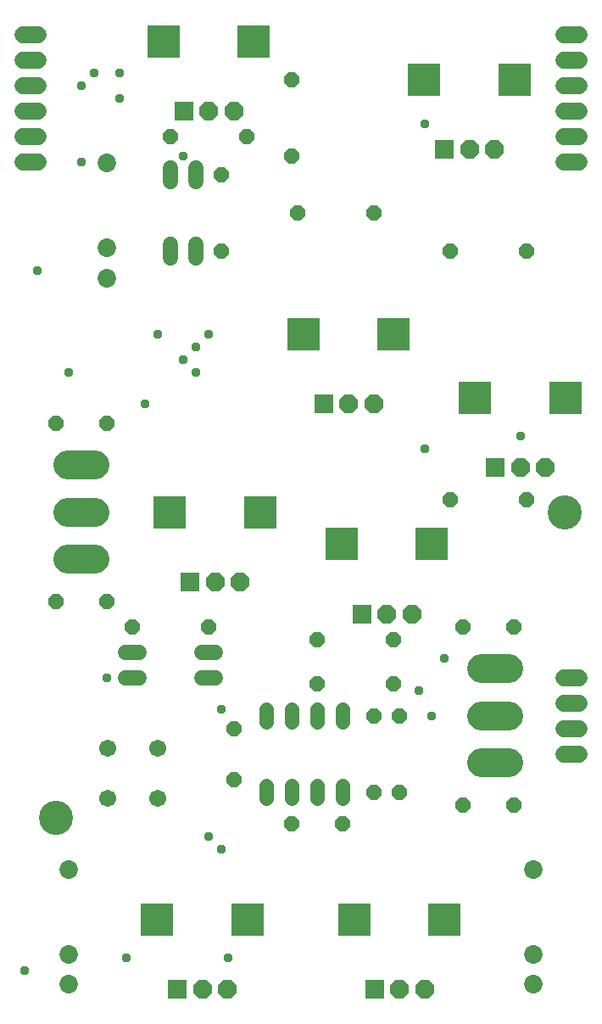
<source format=gts>
G04 EAGLE Gerber RS-274X export*
G75*
%MOMM*%
%FSLAX34Y34*%
%LPD*%
%INSoldermask Top*%
%IPPOS*%
%AMOC8*
5,1,8,0,0,1.08239X$1,22.5*%
G01*
%ADD10C,3.403600*%
%ADD11R,1.879600X1.879600*%
%ADD12P,2.034460X8X292.500000*%
%ADD13R,3.319200X3.319200*%
%ADD14C,1.853200*%
%ADD15C,2.908300*%
%ADD16C,1.711200*%
%ADD17P,1.649562X8X202.500000*%
%ADD18P,1.649562X8X292.500000*%
%ADD19P,1.649562X8X22.500000*%
%ADD20C,1.727200*%
%ADD21C,1.411200*%
%ADD22P,1.649562X8X112.500000*%
%ADD23C,1.524000*%
%ADD24C,0.959600*%


D10*
X50800Y190500D03*
X558800Y495300D03*
D11*
X438550Y857100D03*
D12*
X463550Y857100D03*
X488550Y857100D03*
D13*
X508550Y927100D03*
X418550Y927100D03*
D11*
X489350Y539600D03*
D12*
X514350Y539600D03*
X539350Y539600D03*
D13*
X559350Y609600D03*
X469350Y609600D03*
D11*
X184550Y425300D03*
D12*
X209550Y425300D03*
X234550Y425300D03*
D13*
X254550Y495300D03*
X164550Y495300D03*
D11*
X317900Y603100D03*
D12*
X342900Y603100D03*
X367900Y603100D03*
D13*
X387900Y673100D03*
X297900Y673100D03*
D11*
X356000Y393550D03*
D12*
X381000Y393550D03*
X406000Y393550D03*
D13*
X426000Y463550D03*
X336000Y463550D03*
D11*
X368700Y18900D03*
D12*
X393700Y18900D03*
X418700Y18900D03*
D13*
X438700Y88900D03*
X348700Y88900D03*
D14*
X101600Y843750D03*
X101600Y758750D03*
X101600Y728750D03*
X63500Y138900D03*
X63500Y53900D03*
X63500Y23900D03*
X527050Y138900D03*
X527050Y53900D03*
X527050Y23900D03*
D11*
X178200Y895200D03*
D12*
X203200Y895200D03*
X228200Y895200D03*
D13*
X248200Y965200D03*
X158200Y965200D03*
D15*
X89726Y448310D02*
X62675Y448310D01*
X62675Y495300D02*
X89726Y495300D01*
X89726Y542290D02*
X62675Y542290D01*
D16*
X102000Y259950D03*
X102000Y209950D03*
X152000Y209950D03*
X152000Y259950D03*
D17*
X387350Y368300D03*
X311150Y368300D03*
X101600Y406400D03*
X50800Y406400D03*
D18*
X215900Y831850D03*
X215900Y755650D03*
D17*
X520700Y508000D03*
X444500Y508000D03*
D18*
X285750Y927100D03*
X285750Y850900D03*
D17*
X241300Y869950D03*
X165100Y869950D03*
D19*
X292100Y793750D03*
X368300Y793750D03*
D17*
X520700Y755650D03*
X444500Y755650D03*
X101600Y584200D03*
X50800Y584200D03*
D19*
X127000Y381000D03*
X203200Y381000D03*
D20*
X557530Y254000D02*
X572770Y254000D01*
X572770Y279400D02*
X557530Y279400D01*
X557530Y304800D02*
X572770Y304800D01*
X572770Y330200D02*
X557530Y330200D01*
D21*
X336550Y298140D02*
X336550Y286060D01*
X311150Y286060D02*
X311150Y298140D01*
X285750Y298140D02*
X285750Y286060D01*
X260350Y286060D02*
X260350Y298140D01*
X260350Y221940D02*
X260350Y209860D01*
X285750Y209860D02*
X285750Y221940D01*
X311150Y221940D02*
X311150Y209860D01*
X336550Y209860D02*
X336550Y221940D01*
D18*
X228600Y279400D03*
X228600Y228600D03*
D17*
X336550Y184150D03*
X285750Y184150D03*
D18*
X368300Y292100D03*
X368300Y215900D03*
D22*
X393700Y215900D03*
X393700Y292100D03*
D17*
X387350Y323850D03*
X311150Y323850D03*
D20*
X557530Y844550D02*
X572770Y844550D01*
X572770Y869950D02*
X557530Y869950D01*
X557530Y895350D02*
X572770Y895350D01*
X572770Y920750D02*
X557530Y920750D01*
X557530Y946150D02*
X572770Y946150D01*
X572770Y971550D02*
X557530Y971550D01*
D15*
X502476Y245110D02*
X475425Y245110D01*
X475425Y292100D02*
X502476Y292100D01*
X502476Y339090D02*
X475425Y339090D01*
D11*
X171850Y18900D03*
D12*
X196850Y18900D03*
X221850Y18900D03*
D13*
X241850Y88900D03*
X151850Y88900D03*
D23*
X133604Y330200D02*
X120396Y330200D01*
X196596Y330200D02*
X209804Y330200D01*
X209804Y355600D02*
X196596Y355600D01*
X133604Y355600D02*
X120396Y355600D01*
D19*
X457200Y381000D03*
X508000Y381000D03*
X457200Y203200D03*
X508000Y203200D03*
D20*
X33020Y844550D02*
X17780Y844550D01*
X17780Y869950D02*
X33020Y869950D01*
X33020Y895350D02*
X17780Y895350D01*
X17780Y920750D02*
X33020Y920750D01*
X33020Y946150D02*
X17780Y946150D01*
X17780Y971550D02*
X33020Y971550D01*
D23*
X190500Y762254D02*
X190500Y749046D01*
X190500Y825246D02*
X190500Y838454D01*
X165100Y838454D02*
X165100Y825246D01*
X165100Y762254D02*
X165100Y749046D01*
D24*
X31750Y736600D03*
X88900Y933450D03*
X190500Y660400D03*
X101600Y330200D03*
X114300Y933450D03*
X203200Y673100D03*
X152400Y673100D03*
X63500Y635000D03*
X190500Y635000D03*
X76200Y844550D03*
X76200Y920750D03*
X438150Y857250D03*
X19050Y38100D03*
X419100Y18900D03*
X514350Y571500D03*
X215900Y298450D03*
X215900Y158750D03*
X412750Y317500D03*
X425450Y292100D03*
X419100Y558800D03*
X419100Y882650D03*
X177800Y850900D03*
X177800Y647700D03*
X139700Y603100D03*
X114300Y908050D03*
X438150Y349250D03*
X120650Y50800D03*
X222250Y50800D03*
X203200Y171450D03*
M02*

</source>
